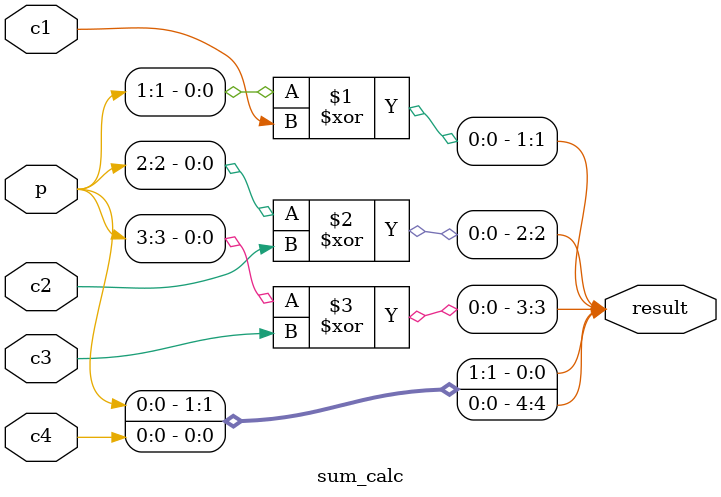
<source format=sv>
module reverse_add(
  input [0:3] vectorA,
  input [0:3] vectorB, 
  output [0:4] result
);

  // Internal signals
  wire [0:3] g, p;
  wire c1, c2, c3, c4;

  // Instantiate generate/propagate module
  gp_gen gp_gen_inst(
    .vectorA(vectorA),
    .vectorB(vectorB),
    .g(g),
    .p(p)
  );

  // Instantiate carry lookahead module  
  carry_lookahead carry_lookahead_inst(
    .g(g),
    .p(p),
    .c1(c1),
    .c2(c2), 
    .c3(c3),
    .c4(c4)
  );

  // Instantiate sum calculation module
  sum_calc sum_calc_inst(
    .p(p),
    .c1(c1),
    .c2(c2),
    .c3(c3),
    .c4(c4),
    .result(result)
  );

endmodule

// Generate and propagate module
module gp_gen(
  input [0:3] vectorA,
  input [0:3] vectorB,
  output [0:3] g,
  output [0:3] p
);
  assign g = vectorA & vectorB;
  assign p = vectorA ^ vectorB;
endmodule

// Carry lookahead module
module carry_lookahead(
  input [0:3] g,
  input [0:3] p,
  output c1,
  output c2,
  output c3,
  output c4
);
  assign c1 = g[0] | (p[0] & 1'b0);
  assign c2 = g[1] | (p[1] & g[0]) | (p[1] & p[0] & 1'b0);
  assign c3 = g[2] | (p[2] & g[1]) | (p[2] & p[1] & g[0]) | (p[2] & p[1] & p[0] & 1'b0);
  assign c4 = g[3] | (p[3] & g[2]) | (p[3] & p[2] & g[1]) | (p[3] & p[2] & p[1] & g[0]) | (p[3] & p[2] & p[1] & p[0] & 1'b0);
endmodule

// Sum calculation module
module sum_calc(
  input [0:3] p,
  input c1,
  input c2,
  input c3,
  input c4,
  output [0:4] result
);
  assign result[0] = p[0];
  assign result[1] = p[1] ^ c1;
  assign result[2] = p[2] ^ c2;
  assign result[3] = p[3] ^ c3;
  assign result[4] = c4;
endmodule
</source>
